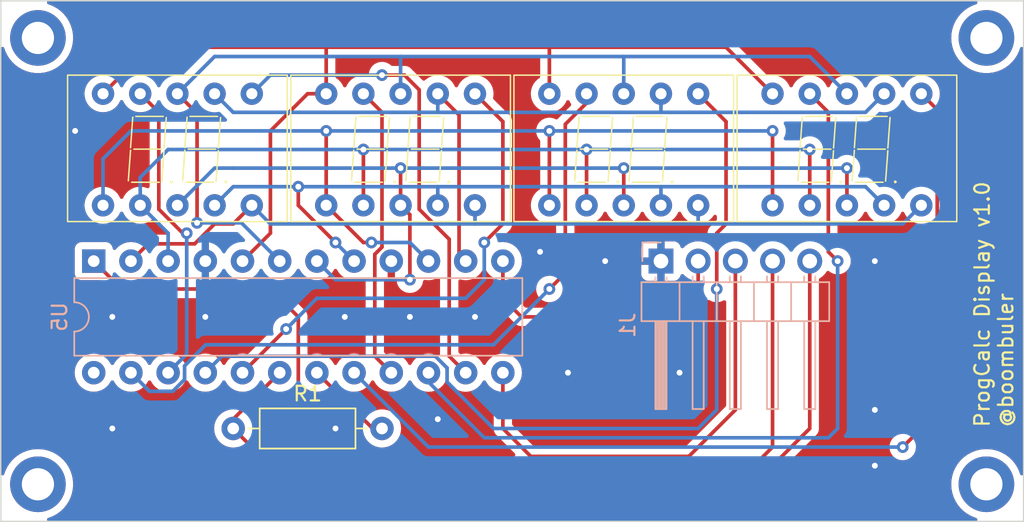
<source format=kicad_pcb>
(kicad_pcb (version 20221018) (generator pcbnew)
  (layers (0 "F.Cu" signal) (31 "B.Cu" signal) (34 "B.Paste" user) (35 "F.Paste" user) (36 "B.SilkS" user "B.Silkscreen") (37 "F.SilkS" user "F.Silkscreen") (38 "B.Mask" user) (39 "F.Mask" user) (44 "Edge.Cuts" user))
  (net 0 "")
  (net 1 "GND")
  (net 2 "/Display/DSP_H_CS")
  (net 3 "/Display/DSP_H_CLK")
  (net 4 "/Display/DSP_H_MOSI")
  (net 5 "+5V")
  (net 6 "Net-(U5-ISET)")
  (net 7 "Net-(U5-DIG_0)")
  (net 8 "Net-(U5-DIG_4)")
  (net 9 "Net-(U5-DIG_6)")
  (net 10 "Net-(U5-DIG_2)")
  (net 11 "Net-(U5-DIG_3)")
  (net 12 "Net-(U5-DIG_7)")
  (net 13 "Net-(U5-DIG_5)")
  (net 14 "Net-(U5-DIG_1)")
  (net 15 "/Display/Dig2")
  (net 16 "/Display/Dig7")
  (net 17 "/Display/Dig3")
  (net 18 "/Display/Dig8")
  (net 19 "/Display/Dig4")
  (net 20 "/Display/Dig6")
  (net 21 "/Display/Dig1")
  (net 22 "/Display/Dig5")
  (footprint "Library:2821BS" (layer "F.Cu") (at 76.2 31.115)
    (fp_text reference "U9" hide)
    (fp_text value "2821BS" hide)
    (fp_line (start -3.2004 0.0508) (end -3.3528 2.1336) (stroke (width 0.1)) (layer "F.SilkS"))
    (fp_line (start -3.048 -2.2098) (end -3.2004 -0.127) (stroke (width 0.1)) (layer "F.SilkS"))
    (fp_line (start -1.2446 2.2352) (end -3.1242 2.2352) (stroke (width 0.1)) (layer "F.SilkS"))
    (fp_line (start -1.0922 -0.0254) (end -2.9718 -0.0254) (stroke (width 0.1)) (layer "F.SilkS"))
    (fp_line (start -0.9652 -2.2606) (end -2.8448 -2.2606) (stroke (width 0.1)) (layer "F.SilkS"))
    (fp_line (start -0.9144 0.0762) (end -1.0668 2.159) (stroke (width 0.1)) (layer "F.SilkS"))
    (fp_line (start -0.762 -2.1844) (end -0.9144 -0.1016) (stroke (width 0.1)) (layer "F.SilkS"))
    (fp_line (start 0.508 0.0508) (end 0.3556 2.1336) (stroke (width 0.1)) (layer "F.SilkS"))
    (fp_line (start 0.6604 -2.2098) (end 0.508 -0.127) (stroke (width 0.1)) (layer "F.SilkS"))
    (fp_line (start 2.4638 2.2352) (end 0.5842 2.2352) (stroke (width 0.1)) (layer "F.SilkS"))
    (fp_line (start 2.6162 -0.0254) (end 0.7366 -0.0254) (stroke (width 0.1)) (layer "F.SilkS"))
    (fp_line (start 2.7432 -2.2606) (end 0.8636 -2.2606) (stroke (width 0.1)) (layer "F.SilkS"))
    (fp_line (start 2.794 0.0762) (end 2.6416 2.159) (stroke (width 0.1)) (layer "F.SilkS"))
    (fp_line (start 2.9464 -2.1844) (end 2.794 -0.1016) (stroke (width 0.1)) (layer "F.SilkS"))
    (fp_rect (start -7.5 -5.08) (end 7.5 4.92) (stroke (width 0.1)) (fill none) (layer "F.SilkS"))
    (fp_circle (center -0.4064 2.2098) (end -0.3556 2.2098) (stroke (width 0.1)) (fill none) (layer "F.SilkS"))
    (fp_circle (center 3.302 2.2098) (end 3.3528 2.2098) (stroke (width 0.1)) (fill none) (layer "F.SilkS"))
    (pad "1" thru_hole circle (at -5.08 3.81) (size 1.524 1.524) (drill 0.762) (layers "*.Cu" "*.Mask") (net 13 "Net-(U5-DIG_5)"))
    (pad "2" thru_hole circle (at -2.54 3.81) (size 1.524 1.524) (drill 0.762) (layers "*.Cu" "*.Mask") (net 8 "Net-(U5-DIG_4)"))
    (pad "3" thru_hole circle (at 0 3.81) (size 1.524 1.524) (drill 0.762) (layers "*.Cu" "*.Mask") (net 11 "Net-(U5-DIG_3)"))
    (pad "4" thru_hole circle (at 2.54 3.81) (size 1.524 1.524) (drill 0.762) (layers "*.Cu" "*.Mask") (net 12 "Net-(U5-DIG_7)"))
    (pad "5" thru_hole circle (at 5.08 3.81) (size 1.524 1.524) (drill 0.762) (layers "*.Cu" "*.Mask") (net 7 "Net-(U5-DIG_0)"))
    (pad "6" thru_hole circle (at 5.08 -3.81) (size 1.524 1.524) (drill 0.762) (layers "*.Cu" "*.Mask") (net 18 "/Display/Dig8"))
    (pad "7" thru_hole circle (at 2.54 -3.81) (size 1.524 1.524) (drill 0.762) (layers "*.Cu" "*.Mask") (net 14 "Net-(U5-DIG_1)"))
    (pad "8" thru_hole circle (at 0 -3.81) (size 1.524 1.524) (drill 0.762) (layers "*.Cu" "*.Mask") (net 10 "Net-(U5-DIG_2)"))
    (pad "9" thru_hole circle (at -2.54 -3.81) (size 1.524 1.524) (drill 0.762) (layers "*.Cu" "*.Mask") (net 16 "/Display/Dig7"))
    (pad "10" thru_hole circle (at -5.08 -3.81) (size 1.524 1.524) (drill 0.762) (layers "*.Cu" "*.Mask") (net 9 "Net-(U5-DIG_6)"))
  )
  (footprint "Library:2821BS" (layer "F.Cu") (at 45.72 31.115)
    (fp_text reference "U7" hide)
    (fp_text value "2821BS" hide)
    (fp_line (start -3.2004 0.0508) (end -3.3528 2.1336) (stroke (width 0.1)) (layer "F.SilkS"))
    (fp_line (start -3.048 -2.2098) (end -3.2004 -0.127) (stroke (width 0.1)) (layer "F.SilkS"))
    (fp_line (start -1.2446 2.2352) (end -3.1242 2.2352) (stroke (width 0.1)) (layer "F.SilkS"))
    (fp_line (start -1.0922 -0.0254) (end -2.9718 -0.0254) (stroke (width 0.1)) (layer "F.SilkS"))
    (fp_line (start -0.9652 -2.2606) (end -2.8448 -2.2606) (stroke (width 0.1)) (layer "F.SilkS"))
    (fp_line (start -0.9144 0.0762) (end -1.0668 2.159) (stroke (width 0.1)) (layer "F.SilkS"))
    (fp_line (start -0.762 -2.1844) (end -0.9144 -0.1016) (stroke (width 0.1)) (layer "F.SilkS"))
    (fp_line (start 0.508 0.0508) (end 0.3556 2.1336) (stroke (width 0.1)) (layer "F.SilkS"))
    (fp_line (start 0.6604 -2.2098) (end 0.508 -0.127) (stroke (width 0.1)) (layer "F.SilkS"))
    (fp_line (start 2.4638 2.2352) (end 0.5842 2.2352) (stroke (width 0.1)) (layer "F.SilkS"))
    (fp_line (start 2.6162 -0.0254) (end 0.7366 -0.0254) (stroke (width 0.1)) (layer "F.SilkS"))
    (fp_line (start 2.7432 -2.2606) (end 0.8636 -2.2606) (stroke (width 0.1)) (layer "F.SilkS"))
    (fp_line (start 2.794 0.0762) (end 2.6416 2.159) (stroke (width 0.1)) (layer "F.SilkS"))
    (fp_line (start 2.9464 -2.1844) (end 2.794 -0.1016) (stroke (width 0.1)) (layer "F.SilkS"))
    (fp_rect (start -7.5 -5.08) (end 7.5 4.92) (stroke (width 0.1)) (fill none) (layer "F.SilkS"))
    (fp_circle (center -0.4064 2.2098) (end -0.3556 2.2098) (stroke (width 0.1)) (fill none) (layer "F.SilkS"))
    (fp_circle (center 3.302 2.2098) (end 3.3528 2.2098) (stroke (width 0.1)) (fill none) (layer "F.SilkS"))
    (pad "1" thru_hole circle (at -5.08 3.81) (size 1.524 1.524) (drill 0.762) (layers "*.Cu" "*.Mask") (net 13 "Net-(U5-DIG_5)"))
    (pad "2" thru_hole circle (at -2.54 3.81) (size 1.524 1.524) (drill 0.762) (layers "*.Cu" "*.Mask") (net 8 "Net-(U5-DIG_4)"))
    (pad "3" thru_hole circle (at 0 3.81) (size 1.524 1.524) (drill 0.762) (layers "*.Cu" "*.Mask") (net 11 "Net-(U5-DIG_3)"))
    (pad "4" thru_hole circle (at 2.54 3.81) (size 1.524 1.524) (drill 0.762) (layers "*.Cu" "*.Mask") (net 12 "Net-(U5-DIG_7)"))
    (pad "5" thru_hole circle (at 5.08 3.81) (size 1.524 1.524) (drill 0.762) (layers "*.Cu" "*.Mask") (net 7 "Net-(U5-DIG_0)"))
    (pad "6" thru_hole circle (at 5.08 -3.81) (size 1.524 1.524) (drill 0.762) (layers "*.Cu" "*.Mask") (net 19 "/Display/Dig4"))
    (pad "7" thru_hole circle (at 2.54 -3.81) (size 1.524 1.524) (drill 0.762) (layers "*.Cu" "*.Mask") (net 14 "Net-(U5-DIG_1)"))
    (pad "8" thru_hole circle (at 0 -3.81) (size 1.524 1.524) (drill 0.762) (layers "*.Cu" "*.Mask") (net 10 "Net-(U5-DIG_2)"))
    (pad "9" thru_hole circle (at -2.54 -3.81) (size 1.524 1.524) (drill 0.762) (layers "*.Cu" "*.Mask") (net 17 "/Display/Dig3"))
    (pad "10" thru_hole circle (at -5.08 -3.81) (size 1.524 1.524) (drill 0.762) (layers "*.Cu" "*.Mask") (net 9 "Net-(U5-DIG_6)"))
  )
  (footprint "Library:2821BS" (layer "F.Cu") (at 60.96 31.115)
    (fp_text reference "U8" hide)
    (fp_text value "2821BS" hide)
    (fp_line (start -3.2004 0.0508) (end -3.3528 2.1336) (stroke (width 0.1)) (layer "F.SilkS"))
    (fp_line (start -3.048 -2.2098) (end -3.2004 -0.127) (stroke (width 0.1)) (layer "F.SilkS"))
    (fp_line (start -1.2446 2.2352) (end -3.1242 2.2352) (stroke (width 0.1)) (layer "F.SilkS"))
    (fp_line (start -1.0922 -0.0254) (end -2.9718 -0.0254) (stroke (width 0.1)) (layer "F.SilkS"))
    (fp_line (start -0.9652 -2.2606) (end -2.8448 -2.2606) (stroke (width 0.1)) (layer "F.SilkS"))
    (fp_line (start -0.9144 0.0762) (end -1.0668 2.159) (stroke (width 0.1)) (layer "F.SilkS"))
    (fp_line (start -0.762 -2.1844) (end -0.9144 -0.1016) (stroke (width 0.1)) (layer "F.SilkS"))
    (fp_line (start 0.508 0.0508) (end 0.3556 2.1336) (stroke (width 0.1)) (layer "F.SilkS"))
    (fp_line (start 0.6604 -2.2098) (end 0.508 -0.127) (stroke (width 0.1)) (layer "F.SilkS"))
    (fp_line (start 2.4638 2.2352) (end 0.5842 2.2352) (stroke (width 0.1)) (layer "F.SilkS"))
    (fp_line (start 2.6162 -0.0254) (end 0.7366 -0.0254) (stroke (width 0.1)) (layer "F.SilkS"))
    (fp_line (start 2.7432 -2.2606) (end 0.8636 -2.2606) (stroke (width 0.1)) (layer "F.SilkS"))
    (fp_line (start 2.794 0.0762) (end 2.6416 2.159) (stroke (width 0.1)) (layer "F.SilkS"))
    (fp_line (start 2.9464 -2.1844) (end 2.794 -0.1016) (stroke (width 0.1)) (layer "F.SilkS"))
    (fp_rect (start -7.5 -5.08) (end 7.5 4.92) (stroke (width 0.1)) (fill none) (layer "F.SilkS"))
    (fp_circle (center -0.4064 2.2098) (end -0.3556 2.2098) (stroke (width 0.1)) (fill none) (layer "F.SilkS"))
    (fp_circle (center 3.302 2.2098) (end 3.3528 2.2098) (stroke (width 0.1)) (fill none) (layer "F.SilkS"))
    (pad "1" thru_hole circle (at -5.08 3.81) (size 1.524 1.524) (drill 0.762) (layers "*.Cu" "*.Mask") (net 13 "Net-(U5-DIG_5)"))
    (pad "2" thru_hole circle (at -2.54 3.81) (size 1.524 1.524) (drill 0.762) (layers "*.Cu" "*.Mask") (net 8 "Net-(U5-DIG_4)"))
    (pad "3" thru_hole circle (at 0 3.81) (size 1.524 1.524) (drill 0.762) (layers "*.Cu" "*.Mask") (net 11 "Net-(U5-DIG_3)"))
    (pad "4" thru_hole circle (at 2.54 3.81) (size 1.524 1.524) (drill 0.762) (layers "*.Cu" "*.Mask") (net 12 "Net-(U5-DIG_7)"))
    (pad "5" thru_hole circle (at 5.08 3.81) (size 1.524 1.524) (drill 0.762) (layers "*.Cu" "*.Mask") (net 7 "Net-(U5-DIG_0)"))
    (pad "6" thru_hole circle (at 5.08 -3.81) (size 1.524 1.524) (drill 0.762) (layers "*.Cu" "*.Mask") (net 20 "/Display/Dig6"))
    (pad "7" thru_hole circle (at 2.54 -3.81) (size 1.524 1.524) (drill 0.762) (layers "*.Cu" "*.Mask") (net 14 "Net-(U5-DIG_1)"))
    (pad "8" thru_hole circle (at 0 -3.81) (size 1.524 1.524) (drill 0.762) (layers "*.Cu" "*.Mask") (net 10 "Net-(U5-DIG_2)"))
    (pad "9" thru_hole circle (at -2.54 -3.81) (size 1.524 1.524) (drill 0.762) (layers "*.Cu" "*.Mask") (net 22 "/Display/Dig5"))
    (pad "10" thru_hole circle (at -5.08 -3.81) (size 1.524 1.524) (drill 0.762) (layers "*.Cu" "*.Mask") (net 9 "Net-(U5-DIG_6)"))
  )
  (footprint "MountingHole:MountingHole_2.2mm_M2_ISO14580_Pad" (layer "F.Cu") (at 20.955 53.975)
    (fp_text reference "REF**" hide)
    (fp_text value "MountingHole_2.2mm_M2_ISO14580_Pad" hide)
    (pad "1" thru_hole circle (at 0 0) (size 3.8 3.8) (drill 2.2) (layers "*.Cu" "*.Mask"))
  )
  (footprint "MountingHole:MountingHole_2.2mm_M2_ISO14580_Pad" (layer "F.Cu") (at 85.725 23.495)
    (fp_text reference "REF**" hide)
    (fp_text value "MountingHole_2.2mm_M2_ISO14580_Pad" hide)
    (pad "1" thru_hole circle (at 0 0) (size 3.8 3.8) (drill 2.2) (layers "*.Cu" "*.Mask"))
  )
  (footprint "MountingHole:MountingHole_2.2mm_M2_ISO14580_Pad" (layer "F.Cu") (at 20.955 23.495)
    (fp_text reference "REF**" hide)
    (fp_text value "MountingHole_2.2mm_M2_ISO14580_Pad" hide)
    (pad "1" thru_hole circle (at 0 0) (size 3.8 3.8) (drill 2.2) (layers "*.Cu" "*.Mask"))
  )
  (footprint "Library:2821BS" (layer "F.Cu") (at 30.48 31.115)
    (fp_text reference "U6" hide)
    (fp_text value "2821BS" hide)
    (fp_line (start -3.2004 0.0508) (end -3.3528 2.1336) (stroke (width 0.1)) (layer "F.SilkS"))
    (fp_line (start -3.048 -2.2098) (end -3.2004 -0.127) (stroke (width 0.1)) (layer "F.SilkS"))
    (fp_line (start -1.2446 2.2352) (end -3.1242 2.2352) (stroke (width 0.1)) (layer "F.SilkS"))
    (fp_line (start -1.0922 -0.0254) (end -2.9718 -0.0254) (stroke (width 0.1)) (layer "F.SilkS"))
    (fp_line (start -0.9652 -2.2606) (end -2.8448 -2.2606) (stroke (width 0.1)) (layer "F.SilkS"))
    (fp_line (start -0.9144 0.0762) (end -1.0668 2.159) (stroke (width 0.1)) (layer "F.SilkS"))
    (fp_line (start -0.762 -2.1844) (end -0.9144 -0.1016) (stroke (width 0.1)) (layer "F.SilkS"))
    (fp_line (start 0.508 0.0508) (end 0.3556 2.1336) (stroke (width 0.1)) (layer "F.SilkS"))
    (fp_line (start 0.6604 -2.2098) (end 0.508 -0.127) (stroke (width 0.1)) (layer "F.SilkS"))
    (fp_line (start 2.4638 2.2352) (end 0.5842 2.2352) (stroke (width 0.1)) (layer "F.SilkS"))
    (fp_line (start 2.6162 -0.0254) (end 0.7366 -0.0254) (stroke (width 0.1)) (layer "F.SilkS"))
    (fp_line (start 2.7432 -2.2606) (end 0.8636 -2.2606) (stroke (width 0.1)) (layer "F.SilkS"))
    (fp_line (start 2.794 0.0762) (end 2.6416 2.159) (stroke (width 0.1)) (layer "F.SilkS"))
    (fp_line (start 2.9464 -2.1844) (end 2.794 -0.1016) (stroke (width 0.1)) (layer "F.SilkS"))
    (fp_rect (start -7.5 -5.08) (end 7.5 4.92) (stroke (width 0.1)) (fill none) (layer "F.SilkS"))
    (fp_circle (center -0.4064 2.2098) (end -0.3556 2.2098) (stroke (width 0.1)) (fill none) (layer "F.SilkS"))
    (fp_circle (center 3.302 2.2098) (end 3.3528 2.2098) (stroke (width 0.1)) (fill none) (layer "F.SilkS"))
    (pad "1" thru_hole circle (at -5.08 3.81) (size 1.524 1.524) (drill 0.762) (layers "*.Cu" "*.Mask") (net 13 "Net-(U5-DIG_5)"))
    (pad "2" thru_hole circle (at -2.54 3.81) (size 1.524 1.524) (drill 0.762) (layers "*.Cu" "*.Mask") (net 8 "Net-(U5-DIG_4)"))
    (pad "3" thru_hole circle (at 0 3.81) (size 1.524 1.524) (drill 0.762) (layers "*.Cu" "*.Mask") (net 11 "Net-(U5-DIG_3)"))
    (pad "4" thru_hole circle (at 2.54 3.81) (size 1.524 1.524) (drill 0.762) (layers "*.Cu" "*.Mask") (net 12 "Net-(U5-DIG_7)"))
    (pad "5" thru_hole circle (at 5.08 3.81) (size 1.524 1.524) (drill 0.762) (layers "*.Cu" "*.Mask") (net 7 "Net-(U5-DIG_0)"))
    (pad "6" thru_hole circle (at 5.08 -3.81) (size 1.524 1.524) (drill 0.762) (layers "*.Cu" "*.Mask") (net 15 "/Display/Dig2"))
    (pad "7" thru_hole circle (at 2.54 -3.81) (size 1.524 1.524) (drill 0.762) (layers "*.Cu" "*.Mask") (net 14 "Net-(U5-DIG_1)"))
    (pad "8" thru_hole circle (at 0 -3.81) (size 1.524 1.524) (drill 0.762) (layers "*.Cu" "*.Mask") (net 10 "Net-(U5-DIG_2)"))
    (pad "9" thru_hole circle (at -2.54 -3.81) (size 1.524 1.524) (drill 0.762) (layers "*.Cu" "*.Mask") (net 21 "/Display/Dig1"))
    (pad "10" thru_hole circle (at -5.08 -3.81) (size 1.524 1.524) (drill 0.762) (layers "*.Cu" "*.Mask") (net 9 "Net-(U5-DIG_6)"))
  )
  (footprint "MountingHole:MountingHole_2.2mm_M2_ISO14580_Pad" (layer "F.Cu") (at 85.725 53.975)
    (fp_text reference "REF**" hide)
    (fp_text value "MountingHole_2.2mm_M2_ISO14580_Pad" hide)
    (pad "1" thru_hole circle (at 0 0) (size 3.8 3.8) (drill 2.2) (layers "*.Cu" "*.Mask"))
  )
  (footprint "Resistor_THT:R_Axial_DIN0207_L6.3mm_D2.5mm_P10.16mm_Horizontal" (layer "F.Cu") (at 34.29 50.165)
    (fp_text reference "R1" (at 5.08 -2.37) (layer "F.SilkS"))
    (fp_text value "30k")
    (fp_line (start 1.04 0) (end 1.81 0) (stroke (width 0.12)) (layer "F.SilkS"))
    (fp_line (start 1.81 -1.37) (end 1.81 1.37) (stroke (width 0.12)) (layer "F.SilkS"))
    (fp_line (start 1.81 1.37) (end 8.35 1.37) (stroke (width 0.12)) (layer "F.SilkS"))
    (fp_line (start 8.35 -1.37) (end 1.81 -1.37) (stroke (width 0.12)) (layer "F.SilkS"))
    (fp_line (start 8.35 1.37) (end 8.35 -1.37) (stroke (width 0.12)) (layer "F.SilkS"))
    (fp_line (start 9.12 0) (end 8.35 0) (stroke (width 0.12)) (layer "F.SilkS"))
    (pad "1" thru_hole circle (at 0 0) (size 1.6 1.6) (drill 0.8) (layers "*.Cu" "*.Mask") (net 5 "+5V"))
    (pad "2" thru_hole oval (at 10.16 0) (size 1.6 1.6) (drill 0.8) (layers "*.Cu" "*.Mask") (net 6 "Net-(U5-ISET)"))
  )
  (footprint "Package_DIP:DIP-24_W7.62mm" (layer "B.Cu") (at 24.765 38.735 -90)
    (fp_text reference "U5" (at 3.81 2.33 90) (layer "B.SilkS") (effects (justify mirror)))
    (fp_text value "MAX7219")
    (fp_line (start 1.16 -29.27) (end 6.46 -29.27) (stroke (width 0.12)) (layer "B.SilkS"))
    (fp_line (start 1.16 1.33) (end 1.16 -29.27) (stroke (width 0.12)) (layer "B.SilkS"))
    (fp_line (start 2.81 1.33) (end 1.16 1.33) (stroke (width 0.12)) (layer "B.SilkS"))
    (fp_line (start 6.46 -29.27) (end 6.46 1.33) (stroke (width 0.12)) (layer "B.SilkS"))
    (fp_line (start 6.46 1.33) (end 4.81 1.33) (stroke (width 0.12)) (layer "B.SilkS"))
    (fp_arc (start 2.81 1.33) (mid 3.81 0.33) (end 4.81 1.33) (stroke (width 0.12)) (layer "B.SilkS"))
    (pad "1" thru_hole rect (at 0 0 270) (size 1.6 1.6) (drill 0.8) (layers "*.Cu" "*.Mask") (net 4 "/Display/DSP_H_MOSI"))
    (pad "2" thru_hole oval (at 0 -2.54 270) (size 1.6 1.6) (drill 0.8) (layers "*.Cu" "*.Mask") (net 7 "Net-(U5-DIG_0)"))
    (pad "3" thru_hole oval (at 0 -5.08 270) (size 1.6 1.6) (drill 0.8) (layers "*.Cu" "*.Mask") (net 8 "Net-(U5-DIG_4)"))
    (pad "4" thru_hole oval (at 0 -7.62 270) (size 1.6 1.6) (drill 0.8) (layers "*.Cu" "*.Mask") (net 1 "GND"))
    (pad "5" thru_hole oval (at 0 -10.16 270) (size 1.6 1.6) (drill 0.8) (layers "*.Cu" "*.Mask") (net 9 "Net-(U5-DIG_6)"))
    (pad "6" thru_hole oval (at 0 -12.7 270) (size 1.6 1.6) (drill 0.8) (layers "*.Cu" "*.Mask") (net 10 "Net-(U5-DIG_2)"))
    (pad "7" thru_hole oval (at 0 -15.24 270) (size 1.6 1.6) (drill 0.8) (layers "*.Cu" "*.Mask") (net 11 "Net-(U5-DIG_3)"))
    (pad "8" thru_hole oval (at 0 -17.78 270) (size 1.6 1.6) (drill 0.8) (layers "*.Cu" "*.Mask") (net 12 "Net-(U5-DIG_7)"))
    (pad "9" thru_hole oval (at 0 -20.32 270) (size 1.6 1.6) (drill 0.8) (layers "*.Cu" "*.Mask") (net 1 "GND"))
    (pad "10" thru_hole oval (at 0 -22.86 270) (size 1.6 1.6) (drill 0.8) (layers "*.Cu" "*.Mask") (net 13 "Net-(U5-DIG_5)"))
    (pad "11" thru_hole oval (at 0 -25.4 270) (size 1.6 1.6) (drill 0.8) (layers "*.Cu" "*.Mask") (net 14 "Net-(U5-DIG_1)"))
    (pad "12" thru_hole oval (at 0 -27.94 270) (size 1.6 1.6) (drill 0.8) (layers "*.Cu" "*.Mask") (net 2 "/Display/DSP_H_CS"))
    (pad "13" thru_hole oval (at 7.62 -27.94 270) (size 1.6 1.6) (drill 0.8) (layers "*.Cu" "*.Mask") (net 3 "/Display/DSP_H_CLK"))
    (pad "14" thru_hole oval (at 7.62 -25.4 270) (size 1.6 1.6) (drill 0.8) (layers "*.Cu" "*.Mask") (net 15 "/Display/Dig2"))
    (pad "15" thru_hole oval (at 7.62 -22.86 270) (size 1.6 1.6) (drill 0.8) (layers "*.Cu" "*.Mask") (net 16 "/Display/Dig7"))
    (pad "16" thru_hole oval (at 7.62 -20.32 270) (size 1.6 1.6) (drill 0.8) (layers "*.Cu" "*.Mask") (net 17 "/Display/Dig3"))
    (pad "17" thru_hole oval (at 7.62 -17.78 270) (size 1.6 1.6) (drill 0.8) (layers "*.Cu" "*.Mask") (net 18 "/Display/Dig8"))
    (pad "18" thru_hole oval (at 7.62 -15.24 270) (size 1.6 1.6) (drill 0.8) (layers "*.Cu" "*.Mask") (net 6 "Net-(U5-ISET)"))
    (pad "19" thru_hole oval (at 7.62 -12.7 270) (size 1.6 1.6) (drill 0.8) (layers "*.Cu" "*.Mask") (net 5 "+5V"))
    (pad "20" thru_hole oval (at 7.62 -10.16 270) (size 1.6 1.6) (drill 0.8) (layers "*.Cu" "*.Mask") (net 19 "/Display/Dig4"))
    (pad "21" thru_hole oval (at 7.62 -7.62 270) (size 1.6 1.6) (drill 0.8) (layers "*.Cu" "*.Mask") (net 20 "/Display/Dig6"))
    (pad "22" thru_hole oval (at 7.62 -5.08 270) (size 1.6 1.6) (drill 0.8) (layers "*.Cu" "*.Mask") (net 21 "/Display/Dig1"))
    (pad "23" thru_hole oval (at 7.62 -2.54 270) (size 1.6 1.6) (drill 0.8) (layers "*.Cu" "*.Mask") (net 22 "/Display/Dig5"))
    (pad "24" thru_hole oval (at 7.62 0 270) (size 1.6 1.6) (drill 0.8) (layers "*.Cu" "*.Mask"))
  )
  (footprint "Connector_PinHeader_2.54mm:PinHeader_1x05_P2.54mm_Horizontal" (layer "B.Cu") (at 63.5 38.735 -90)
    (fp_text reference "J1" (at 4.385 2.27 90) (layer "B.SilkS") (effects (justify mirror)))
    (fp_text value "Conn_01x05")
    (fp_line (start -1.27 0) (end -1.27 1.27) (stroke (width 0.12)) (layer "B.SilkS"))
    (fp_line (start -1.27 1.27) (end 0 1.27) (stroke (width 0.12)) (layer "B.SilkS"))
    (fp_line (start 1.042929 -10.54) (end 1.44 -10.54) (stroke (width 0.12)) (layer "B.SilkS"))
    (fp_line (start 1.042929 -9.78) (end 1.44 -9.78) (stroke (width 0.12)) (layer "B.SilkS"))
    (fp_line (start 1.042929 -8) (end 1.44 -8) (stroke (width 0.12)) (layer "B.SilkS"))
    (fp_line (start 1.042929 -7.24) (end 1.44 -7.24) (stroke (width 0.12)) (layer "B.SilkS"))
    (fp_line (start 1.042929 -5.46) (end 1.44 -5.46) (stroke (width 0.12)) (layer "B.SilkS"))
    (fp_line (start 1.042929 -4.7) (end 1.44 -4.7) (stroke (width 0.12)) (layer "B.SilkS"))
    (fp_line (start 1.042929 -2.92) (end 1.44 -2.92) (stroke (width 0.12)) (layer "B.SilkS"))
    (fp_line (start 1.042929 -2.16) (end 1.44 -2.16) (stroke (width 0.12)) (layer "B.SilkS"))
    (fp_line (start 1.11 -0.38) (end 1.44 -0.38) (stroke (width 0.12)) (layer "B.SilkS"))
    (fp_line (start 1.11 0.38) (end 1.44 0.38) (stroke (width 0.12)) (layer "B.SilkS"))
    (fp_line (start 1.44 -11.49) (end 4.1 -11.49) (stroke (width 0.12)) (layer "B.SilkS"))
    (fp_line (start 1.44 -8.89) (end 4.1 -8.89) (stroke (width 0.12)) (layer "B.SilkS"))
    (fp_line (start 1.44 -6.35) (end 4.1 -6.35) (stroke (width 0.12)) (layer "B.SilkS"))
    (fp_line (start 1.44 -3.81) (end 4.1 -3.81) (stroke (width 0.12)) (layer "B.SilkS"))
    (fp_line (start 1.44 -1.27) (end 4.1 -1.27) (stroke (width 0.12)) (layer "B.SilkS"))
    (fp_line (start 1.44 1.33) (end 1.44 -11.49) (stroke (width 0.12)) (layer "B.SilkS"))
    (fp_line (start 4.1 -11.49) (end 4.1 1.33) (stroke (width 0.12)) (layer "B.SilkS"))
    (fp_line (start 4.1 -9.78) (end 10.1 -9.78) (stroke (width 0.12)) (layer "B.SilkS"))
    (fp_line (start 4.1 -7.24) (end 10.1 -7.24) (stroke (width 0.12)) (layer "B.SilkS"))
    (fp_line (start 4.1 -4.7) (end 10.1 -4.7) (stroke (width 0.12)) (layer "B.SilkS"))
    (fp_line (start 4.1 -2.16) (end 10.1 -2.16) (stroke (width 0.12)) (layer "B.SilkS"))
    (fp_line (start 4.1 -0.28) (end 10.1 -0.28) (stroke (width 0.12)) (layer "B.SilkS"))
    (fp_line (start 4.1 -0.16) (end 10.1 -0.16) (stroke (width 0.12)) (layer "B.SilkS"))
    (fp_line (start 4.1 -0.04) (end 10.1 -0.04) (stroke (width 0.12)) (layer "B.SilkS"))
    (fp_line (start 4.1 0.08) (end 10.1 0.08) (stroke (width 0.12)) (layer "B.SilkS"))
    (fp_line (start 4.1 0.2) (end 10.1 0.2) (stroke (width 0.12)) (layer "B.SilkS"))
    (fp_line (start 4.1 0.32) (end 10.1 0.32) (stroke (width 0.12)) (layer "B.SilkS"))
    (fp_line (start 4.1 0.38) (end 10.1 0.38) (stroke (width 0.12)) (layer "B.SilkS"))
    (fp_line (start 4.1 1.33) (end 1.44 1.33) (stroke (width 0.12)) (layer "B.SilkS"))
    (fp_line (start 10.1 -10.54) (end 4.1 -10.54) (stroke (width 0.12)) (layer "B.SilkS"))
    (fp_line (start 10.1 -9.78) (end 10.1 -10.54) (stroke (width 0.12)) (layer "B.SilkS"))
    (fp_line (start 10.1 -8) (end 4.1 -8) (stroke (width 0.12)) (layer "B.SilkS"))
    (fp_line (start 10.1 -7.24) (end 10.1 -8) (stroke (width 0.12)) (layer "B.SilkS"))
    (fp_line (start 10.1 -5.46) (end 4.1 -5.46) (stroke (width 0.12)) (layer "B.SilkS"))
    (fp_line (start 10.1 -4.7) (end 10.1 -5.46) (stroke (width 0.12)) (layer "B.SilkS"))
    (fp_line (start 10.1 -2.92) (end 4.1 -2.92) (stroke (width 0.12)) (layer "B.SilkS"))
    (fp_line (start 10.1 -2.16) (end 10.1 -2.92) (stroke (width 0.12)) (layer "B.SilkS"))
    (fp_line (start 10.1 -0.38) (end 4.1 -0.38) (stroke (width 0.12)) (layer "B.SilkS"))
    (fp_line (start 10.1 0.38) (end 10.1 -0.38) (stroke (width 0.12)) (layer "B.SilkS"))
    (pad "1" thru_hole rect (at 0 0 270) (size 1.7 1.7) (drill 1) (layers "*.Cu" "*.Mask") (net 1 "GND"))
    (pad "2" thru_hole oval (at 0 -2.54 270) (size 1.7 1.7) (drill 1) (layers "*.Cu" "*.Mask") (net 2 "/Display/DSP_H_CS"))
    (pad "3" thru_hole oval (at 0 -5.08 270) (size 1.7 1.7) (drill 1) (layers "*.Cu" "*.Mask") (net 3 "/Display/DSP_H_CLK"))
    (pad "4" thru_hole oval (at 0 -7.62 270) (size 1.7 1.7) (drill 1) (layers "*.Cu" "*.Mask") (net 4 "/Display/DSP_H_MOSI"))
    (pad "5" thru_hole oval (at 0 -10.16 270) (size 1.7 1.7) (drill 1) (layers "*.Cu" "*.Mask") (net 5 "+5V"))
  )
  (gr_rect (start 18.415 20.955) (end 88.265 56.515) (stroke (width 0.1)) (fill none) (layer "Edge.Cuts"))
  (gr_text "ProgCalc Display v1.0\n@boombuler" (at 87.63 50.165 90) (layer "F.SilkS") (effects (font (size 1 1)) (justify left bottom)))
  (segment (start 45.085 38.735) (end 45.085 41.275) (width 0.25) (layer "F.Cu") (net 1))
  (segment (start 45.085 41.275) (end 46.355 42.545) (width 0.25) (layer "F.Cu") (net 1))
  (via (at 57.15 46.355) (size 0.8) (drill 0.4) (layers "F.Cu" "B.Cu") (net 1))
  (via (at 78.105 52.705) (size 0.8) (drill 0.4) (layers "F.Cu" "B.Cu") (net 1))
  (via (at 78.105 48.895) (size 0.8) (drill 0.4) (layers "F.Cu" "B.Cu") (net 1))
  (via (at 41.91 42.545) (size 0.8) (drill 0.4) (layers "F.Cu" "B.Cu") (net 1))
  (via (at 64.77 46.355) (size 0.8) (drill 0.4) (layers "F.Cu" "B.Cu") (net 1))
  (via (at 26.035 42.545) (size 0.8) (drill 0.4) (layers "F.Cu" "B.Cu") (net 1))
  (via (at 55.245 38.1) (size 0.8) (drill 0.4) (layers "F.Cu" "B.Cu") (net 1))
  (via (at 32.385 42.545) (size 0.8) (drill 0.4) (layers "F.Cu" "B.Cu") (net 1))
  (via (at 78.105 38.735) (size 0.8) (drill 0.4) (layers "F.Cu" "B.Cu") (net 1))
  (via (at 48.26 49.53) (size 0.8) (drill 0.4) (layers "F.Cu" "B.Cu") (net 1))
  (via (at 59.69 38.735) (size 0.8) (drill 0.4) (layers "F.Cu" "B.Cu") (net 1))
  (via (at 23.495 29.845) (size 0.8) (drill 0.4) (layers "F.Cu" "B.Cu") (net 1))
  (via (at 41.275 50.165) (size 0.8) (drill 0.4) (layers "F.Cu" "B.Cu") (net 1))
  (via (at 46.355 42.545) (size 0.8) (drill 0.4) (layers "F.Cu" "B.Cu") (net 1))
  (via (at 50.8 42.545) (size 0.8) (drill 0.4) (layers "F.Cu" "B.Cu") (net 1))
  (via (at 26.035 50.165) (size 0.8) (drill 0.4) (layers "F.Cu" "B.Cu") (net 1))
  (segment (start 32.385 38.735) (end 32.385 42.545) (width 0.25) (layer "B.Cu") (net 1))
  (segment (start 52.705 41.275) (end 52.705 38.735) (width 0.25) (layer "F.Cu") (net 2))
  (segment (start 66.04 41.275) (end 64.77 42.545) (width 0.25) (layer "F.Cu") (net 2))
  (segment (start 53.975 42.545) (end 52.705 41.275) (width 0.25) (layer "F.Cu") (net 2))
  (segment (start 64.77 42.545) (end 53.975 42.545) (width 0.25) (layer "F.Cu") (net 2))
  (segment (start 66.04 38.735) (end 66.04 41.275) (width 0.25) (layer "F.Cu") (net 2))
  (segment (start 65.405 52.07) (end 54.61 52.07) (width 0.25) (layer "F.Cu") (net 3))
  (segment (start 68.58 48.895) (end 65.405 52.07) (width 0.25) (layer "F.Cu") (net 3))
  (segment (start 54.61 52.07) (end 52.705 50.165) (width 0.25) (layer "F.Cu") (net 3))
  (segment (start 52.705 50.165) (end 52.705 46.355) (width 0.25) (layer "F.Cu") (net 3))
  (segment (start 68.58 38.735) (end 68.58 48.895) (width 0.25) (layer "F.Cu") (net 3))
  (segment (start 36.83 40.64) (end 26.67 40.64) (width 0.25) (layer "F.Cu") (net 4))
  (segment (start 41.91 52.705) (end 38.735 49.53) (width 0.25) (layer "F.Cu") (net 4))
  (segment (start 38.735 42.545) (end 36.83 40.64) (width 0.25) (layer "F.Cu") (net 4))
  (segment (start 38.735 49.53) (end 38.735 42.545) (width 0.25) (layer "F.Cu") (net 4))
  (segment (start 69.85 52.705) (end 41.91 52.705) (width 0.25) (layer "F.Cu") (net 4))
  (segment (start 71.12 38.735) (end 71.12 51.435) (width 0.25) (layer "F.Cu") (net 4))
  (segment (start 71.12 51.435) (end 69.85 52.705) (width 0.25) (layer "F.Cu") (net 4))
  (segment (start 26.67 40.64) (end 24.765 38.735) (width 0.25) (layer "F.Cu") (net 4))
  (segment (start 37.465 53.34) (end 70.485 53.34) (width 0.25) (layer "F.Cu") (net 5))
  (segment (start 34.29 50.165) (end 37.465 53.34) (width 0.25) (layer "F.Cu") (net 5))
  (segment (start 70.485 53.34) (end 73.66 50.165) (width 0.25) (layer "F.Cu") (net 5))
  (segment (start 34.29 49.53) (end 34.29 50.165) (width 0.25) (layer "F.Cu") (net 5))
  (segment (start 73.66 50.165) (end 73.66 38.735) (width 0.25) (layer "F.Cu") (net 5))
  (segment (start 37.465 46.355) (end 34.29 49.53) (width 0.25) (layer "F.Cu") (net 5))
  (segment (start 43.815 50.165) (end 44.45 50.165) (width 0.25) (layer "F.Cu") (net 6))
  (segment (start 40.005 46.355) (end 43.815 50.165) (width 0.25) (layer "F.Cu") (net 6))
  (segment (start 34.29 36.195) (end 33.02 36.195) (width 0.25) (layer "F.Cu") (net 7))
  (segment (start 35.56 34.925) (end 34.29 36.195) (width 0.25) (layer "F.Cu") (net 7))
  (segment (start 33.02 36.195) (end 31.66 37.555) (width 0.25) (layer "F.Cu") (net 7))
  (segment (start 27.305 38.735) (end 28.485 37.555) (width 0.25) (layer "F.Cu") (net 7))
  (segment (start 28.485 37.555) (end 31.66 37.555) (width 0.25) (layer "F.Cu") (net 7))
  (segment (start 35.56 34.925) (end 36.83 36.195) (width 0.25) (layer "B.Cu") (net 7))
  (segment (start 50.8 36.195) (end 66.04 36.195) (width 0.25) (layer "B.Cu") (net 7))
  (segment (start 80.01 36.195) (end 81.28 34.925) (width 0.25) (layer "B.Cu") (net 7))
  (segment (start 66.04 36.195) (end 80.01 36.195) (width 0.25) (layer "B.Cu") (net 7))
  (segment (start 66.04 34.925) (end 66.04 36.195) (width 0.25) (layer "B.Cu") (net 7))
  (segment (start 50.8 34.925) (end 50.8 36.195) (width 0.25) (layer "B.Cu") (net 7))
  (segment (start 36.83 36.195) (end 50.8 36.195) (width 0.25) (layer "B.Cu") (net 7))
  (segment (start 73.66 34.925) (end 73.66 31.115) (width 0.25) (layer "F.Cu") (net 8))
  (segment (start 43.18 34.925) (end 43.18 31.115) (width 0.25) (layer "F.Cu") (net 8))
  (segment (start 58.42 34.925) (end 58.42 31.115) (width 0.25) (layer "F.Cu") (net 8))
  (via (at 43.18 31.115) (size 0.8) (drill 0.4) (layers "F.Cu" "B.Cu") (net 8))
  (via (at 58.42 31.115) (size 0.8) (drill 0.4) (layers "F.Cu" "B.Cu") (net 8))
  (via (at 73.66 31.115) (size 0.8) (drill 0.4) (layers "F.Cu" "B.Cu") (net 8))
  (segment (start 43.18 31.115) (end 58.42 31.115) (width 0.25) (layer "B.Cu") (net 8))
  (segment (start 29.845 31.115) (end 43.18 31.115) (width 0.25) (layer "B.Cu") (net 8))
  (segment (start 58.42 31.115) (end 73.66 31.115) (width 0.25) (layer "B.Cu") (net 8))
  (segment (start 27.94 34.925) (end 27.94 33.02) (width 0.25) (layer "B.Cu") (net 8))
  (segment (start 29.845 36.83) (end 27.94 34.925) (width 0.25) (layer "B.Cu") (net 8))
  (segment (start 27.94 33.02) (end 29.845 31.115) (width 0.25) (layer "B.Cu") (net 8))
  (segment (start 29.845 38.735) (end 29.845 36.83) (width 0.25) (layer "B.Cu") (net 8))
  (segment (start 67.945 24.13) (end 71.12 27.305) (width 0.25) (layer "F.Cu") (net 9))
  (segment (start 36.83 29.845) (end 39.37 27.305) (width 0.25) (layer "F.Cu") (net 9))
  (segment (start 40.64 24.13) (end 55.88 24.13) (width 0.25) (layer "F.Cu") (net 9))
  (segment (start 34.925 38.735) (end 36.83 36.83) (width 0.25) (layer "F.Cu") (net 9))
  (segment (start 39.37 27.305) (end 40.64 27.305) (width 0.25) (layer "F.Cu") (net 9))
  (segment (start 28.575 24.13) (end 40.64 24.13) (width 0.25) (layer "F.Cu") (net 9))
  (segment (start 36.83 36.83) (end 36.83 29.845) (width 0.25) (layer "F.Cu") (net 9))
  (segment (start 25.4 27.305) (end 28.575 24.13) (width 0.25) (layer "F.Cu") (net 9))
  (segment (start 55.88 24.13) (end 67.945 24.13) (width 0.25) (layer "F.Cu") (net 9))
  (segment (start 55.88 27.305) (end 55.88 24.13) (width 0.25) (layer "F.Cu") (net 9))
  (segment (start 40.64 27.305) (end 40.64 24.13) (width 0.25) (layer "F.Cu") (net 9))
  (segment (start 31.822109 36.122891) (end 31.822109 28.647109) (width 0.25) (layer "F.Cu") (net 10))
  (segment (start 31.822109 28.647109) (end 30.48 27.305) (width 0.25) (layer "F.Cu") (net 10))
  (via (at 31.822109 36.122891) (size 0.8) (drill 0.4) (layers "F.Cu" "B.Cu") (net 10))
  (segment (start 60.96 24.765) (end 73.66 24.765) (width 0.25) (layer "B.Cu") (net 10))
  (segment (start 33.02 24.765) (end 45.72 24.765) (width 0.25) (layer "B.Cu") (net 10))
  (segment (start 34.852891 36.122891) (end 37.465 38.735) (width 0.25) (layer "B.Cu") (net 10))
  (segment (start 60.96 27.305) (end 60.96 24.765) (width 0.25) (layer "B.Cu") (net 10))
  (segment (start 30.48 27.305) (end 33.02 24.765) (width 0.25) (layer "B.Cu") (net 10))
  (segment (start 45.72 27.305) (end 45.72 24.765) (width 0.25) (layer "B.Cu") (net 10))
  (segment (start 31.822109 36.122891) (end 34.852891 36.122891) (width 0.25) (layer "B.Cu") (net 10))
  (segment (start 45.72 24.765) (end 60.96 24.765) (width 0.25) (layer "B.Cu") (net 10))
  (segment (start 73.66 24.765) (end 76.2 27.305) (width 0.25) (layer "B.Cu") (net 10))
  (segment (start 60.96 34.925) (end 60.96 32.385) (width 0.25) (layer "F.Cu") (net 11))
  (segment (start 45.72 34.925) (end 45.72 32.385) (width 0.25) (layer "F.Cu") (net 11))
  (segment (start 46.355 40.005) (end 46.355 35.56) (width 0.25) (layer "F.Cu") (net 11))
  (segment (start 46.355 35.56) (end 45.72 34.925) (width 0.25) (layer "F.Cu") (net 11))
  (segment (start 76.2 34.925) (end 76.2 32.385) (width 0.25) (layer "F.Cu") (net 11))
  (via (at 46.355 40.005) (size 0.8) (drill 0.4) (layers "F.Cu" "B.Cu") (net 11))
  (via (at 76.2 32.385) (size 0.8) (drill 0.4) (layers "F.Cu" "B.Cu") (net 11))
  (via (at 60.96 32.385) (size 0.8) (drill 0.4) (layers "F.Cu" "B.Cu") (net 11))
  (via (at 45.72 32.385) (size 0.8) (drill 0.4) (layers "F.Cu" "B.Cu") (net 11))
  (segment (start 60.96 32.385) (end 76.2 32.385) (width 0.25) (layer "B.Cu") (net 11))
  (segment (start 33.02 32.385) (end 34.29 32.385) (width 0.25) (layer "B.Cu") (net 11))
  (segment (start 34.29 32.385) (end 45.72 32.385) (width 0.25) (layer "B.Cu") (net 11))
  (segment (start 30.48 34.925) (end 33.02 32.385) (width 0.25) (layer "B.Cu") (net 11))
  (segment (start 41.275 40.005) (end 40.005 38.735) (width 0.25) (layer "B.Cu") (net 11))
  (segment (start 45.72 32.385) (end 60.96 32.385) (width 0.25) (layer "B.Cu") (net 11))
  (segment (start 46.355 40.005) (end 41.275 40.005) (width 0.25) (layer "B.Cu") (net 11))
  (segment (start 41.275 37.465) (end 38.735 34.925) (width 0.25) (layer "F.Cu") (net 12))
  (segment (start 38.735 34.925) (end 38.735 33.655) (width 0.25) (layer "F.Cu") (net 12))
  (via (at 38.735 33.655) (size 0.8) (drill 0.4) (layers "F.Cu" "B.Cu") (net 12))
  (via (at 41.275 37.465) (size 0.8) (drill 0.4) (layers "F.Cu" "B.Cu") (net 12))
  (segment (start 77.47 33.655) (end 78.74 34.925) (width 0.25) (layer "B.Cu") (net 12))
  (segment (start 63.5 34.925) (end 63.5 33.655) (width 0.25) (layer "B.Cu") (net 12))
  (segment (start 48.26 34.925) (end 48.26 33.655) (width 0.25) (layer "B.Cu") (net 12))
  (segment (start 34.29 33.655) (end 38.735 33.655) (width 0.25) (layer "B.Cu") (net 12))
  (segment (start 33.02 34.925) (end 34.29 33.655) (width 0.25) (layer "B.Cu") (net 12))
  (segment (start 63.5 33.655) (end 77.47 33.655) (width 0.25) (layer "B.Cu") (net 12))
  (segment (start 42.545 38.735) (end 41.275 37.465) (width 0.25) (layer "B.Cu") (net 12))
  (segment (start 48.26 33.655) (end 63.5 33.655) (width 0.25) (layer "B.Cu") (net 12))
  (segment (start 38.735 33.655) (end 48.26 33.655) (width 0.25) (layer "B.Cu") (net 12))
  (segment (start 40.64 34.925) (end 40.64 29.845) (width 0.25) (layer "F.Cu") (net 13))
  (segment (start 43.18 37.465) (end 43.725 37.465) (width 0.25) (layer "F.Cu") (net 13))
  (segment (start 71.12 34.925) (end 71.12 29.845) (width 0.25) (layer "F.Cu") (net 13))
  (segment (start 55.88 34.925) (end 55.88 29.845) (width 0.25) (layer "F.Cu") (net 13))
  (segment (start 40.64 34.925) (end 43.18 37.465) (width 0.25) (layer "F.Cu") (net 13))
  (via (at 71.12 29.845) (size 0.8) (drill 0.4) (layers "F.Cu" "B.Cu") (net 13))
  (via (at 55.88 29.845) (size 0.8) (drill 0.4) (layers "F.Cu" "B.Cu") (net 13))
  (via (at 43.725 37.465) (size 0.8) (drill 0.4) (layers "F.Cu" "B.Cu") (net 13))
  (via (at 40.64 29.845) (size 0.8) (drill 0.4) (layers "F.Cu" "B.Cu") (net 13))
  (segment (start 46.355 37.465) (end 47.625 38.735) (width 0.25) (layer "B.Cu") (net 13))
  (segment (start 43.725 37.465) (end 46.355 37.465) (width 0.25) (layer "B.Cu") (net 13))
  (segment (start 25.4 34.925) (end 25.4 31.75) (width 0.25) (layer "B.Cu") (net 13))
  (segment (start 25.4 31.75) (end 27.305 29.845) (width 0.25) (layer "B.Cu") (net 13))
  (segment (start 40.64 29.845) (end 55.88 29.845) (width 0.25) (layer "B.Cu") (net 13))
  (segment (start 27.305 29.845) (end 40.64 29.845) (width 0.25) (layer "B.Cu") (net 13))
  (segment (start 55.88 29.845) (end 71.12 29.845) (width 0.25) (layer "B.Cu") (net 13))
  (segment (start 49.713 38.283) (end 49.713 28.758) (width 0.25) (layer "F.Cu") (net 14))
  (segment (start 50.165 38.735) (end 49.713 38.283) (width 0.25) (layer "F.Cu") (net 14))
  (segment (start 49.713 28.758) (end 48.26 27.305) (width 0.25) (layer "F.Cu") (net 14))
  (segment (start 34.29 28.575) (end 48.26 28.575) (width 0.25) (layer "B.Cu") (net 14))
  (segment (start 33.02 27.305) (end 34.29 28.575) (width 0.25) (layer "B.Cu") (net 14))
  (segment (start 48.26 27.305) (end 48.26 28.575) (width 0.25) (layer "B.Cu") (net 14))
  (segment (start 48.26 28.575) (end 63.5 28.575) (width 0.25) (layer "B.Cu") (net 14))
  (segment (start 77.47 28.575) (end 78.74 27.305) (width 0.25) (layer "B.Cu") (net 14))
  (segment (start 63.5 27.305) (end 63.5 28.575) (width 0.25) (layer "B.Cu") (net 14))
  (segment (start 63.5 28.575) (end 77.47 28.575) (width 0.25) (layer "B.Cu") (net 14))
  (segment (start 49.04 45.23) (end 49.04 37.242251) (width 0.25) (layer "F.Cu") (net 15))
  (segment (start 46.99 35.192251) (end 46.99 27.037749) (width 0.25) (layer "F.Cu") (net 15))
  (segment (start 46.99 27.037749) (end 45.987251 26.035) (width 0.25) (layer "F.Cu") (net 15))
  (segment (start 49.04 37.242251) (end 46.99 35.192251) (width 0.25) (layer "F.Cu") (net 15))
  (segment (start 50.165 46.355) (end 49.04 45.23) (width 0.25) (layer "F.Cu") (net 15))
  (segment (start 45.987251 26.035) (end 44.45 26.035) (width 0.25) (layer "F.Cu") (net 15))
  (via (at 44.45 26.035) (size 0.8) (drill 0.4) (layers "F.Cu" "B.Cu") (net 15))
  (segment (start 36.83 26.035) (end 35.56 27.305) (width 0.25) (layer "B.Cu") (net 15))
  (segment (start 44.45 26.035) (end 36.83 26.035) (width 0.25) (layer "B.Cu") (net 15))
  (segment (start 75.565 38.735) (end 74.93 38.1) (width 0.25) (layer "F.Cu") (net 16))
  (segment (start 74.93 38.1) (end 74.93 28.575) (width 0.25) (layer "F.Cu") (net 16))
  (segment (start 74.93 28.575) (end 73.66 27.305) (width 0.25) (layer "F.Cu") (net 16))
  (via (at 75.565 38.735) (size 0.8) (drill 0.4) (layers "F.Cu" "B.Cu") (net 16))
  (segment (start 75.565 38.735) (end 75.565 50.165) (width 0.25) (layer "B.Cu") (net 16))
  (segment (start 75.565 50.165) (end 74.93 50.8) (width 0.25) (layer "B.Cu") (net 16))
  (segment (start 47.625 46.99) (end 47.625 46.355) (width 0.25) (layer "B.Cu") (net 16))
  (segment (start 74.93 50.8) (end 51.435 50.8) (width 0.25) (layer "B.Cu") (net 16))
  (segment (start 51.435 50.8) (end 47.625 46.99) (width 0.25) (layer "B.Cu") (net 16))
  (segment (start 44.45 28.575) (end 43.18 27.305) (width 0.25) (layer "F.Cu") (net 17))
  (segment (start 45.085 46.355) (end 43.96 45.23) (width 0.25) (layer "F.Cu") (net 17))
  (segment (start 43.96 45.23) (end 43.96 38.269009) (width 0.25) (layer "F.Cu") (net 17))
  (segment (start 44.45 37.779009) (end 44.45 28.575) (width 0.25) (layer "F.Cu") (net 17))
  (segment (start 43.96 38.269009) (end 44.45 37.779009) (width 0.25) (layer "F.Cu") (net 17))
  (segment (start 82.367 49.078) (end 80.01 51.435) (width 0.25) (layer "F.Cu") (net 18))
  (segment (start 81.28 27.305) (end 82.367 28.392) (width 0.25) (layer "F.Cu") (net 18))
  (segment (start 82.367 28.392) (end 82.367 49.078) (width 0.25) (layer "F.Cu") (net 18))
  (via (at 80.01 51.435) (size 0.8) (drill 0.4) (layers "F.Cu" "B.Cu") (net 18))
  (segment (start 80.01 51.435) (end 47.625 51.435) (width 0.25) (layer "B.Cu") (net 18))
  (segment (start 47.625 51.435) (end 42.545 46.355) (width 0.25) (layer "B.Cu") (net 18))
  (segment (start 52.705 29.21) (end 50.8 27.305) (width 0.25) (layer "F.Cu") (net 19))
  (segment (start 52.705 36.195) (end 52.705 29.21) (width 0.25) (layer "F.Cu") (net 19))
  (segment (start 34.925 46.355) (end 37.904847 43.375153) (width 0.25) (layer "F.Cu") (net 19))
  (segment (start 51.435 37.465) (end 52.705 36.195) (width 0.25) (layer "F.Cu") (net 19))
  (via (at 51.435 37.465) (size 0.8) (drill 0.4) (layers "F.Cu" "B.Cu") (net 19))
  (via (at 37.904847 43.375153) (size 0.8) (drill 0.4) (layers "F.Cu" "B.Cu") (net 19))
  (segment (start 51.435 40.005) (end 51.435 37.465) (width 0.25) (layer "B.Cu") (net 19))
  (segment (start 40.005 41.275) (end 50.165 41.275) (width 0.25) (layer "B.Cu") (net 19))
  (segment (start 37.904847 43.375153) (end 40.005 41.275) (width 0.25) (layer "B.Cu") (net 19))
  (segment (start 50.165 41.275) (end 51.435 40.005) (width 0.25) (layer "B.Cu") (net 19))
  (segment (start 67.945 29.21) (end 66.04 27.305) (width 0.25) (layer "F.Cu") (net 20))
  (segment (start 67.31 40.64) (end 67.31 36.83) (width 0.25) (layer "F.Cu") (net 20))
  (segment (start 67.31 36.83) (end 67.945 36.195) (width 0.25) (layer "F.Cu") (net 20))
  (segment (start 67.945 36.195) (end 67.945 29.21) (width 0.25) (layer "F.Cu") (net 20))
  (via (at 67.31 40.64) (size 0.8) (drill 0.4) (layers "F.Cu" "B.Cu") (net 20))
  (segment (start 52.07 50.165) (end 48.895 46.99) (width 0.25) (layer "B.Cu") (net 20))
  (segment (start 67.31 40.64) (end 67.31 48.895) (width 0.25) (layer "B.Cu") (net 20))
  (segment (start 66.04 50.165) (end 52.07 50.165) (width 0.25) (layer "B.Cu") (net 20))
  (segment (start 67.31 48.895) (end 66.04 50.165) (width 0.25) (layer "B.Cu") (net 20))
  (segment (start 48.090991 45.23) (end 33.51 45.23) (width 0.25) (layer "B.Cu") (net 20))
  (segment (start 48.895 46.99) (end 48.895 46.034009) (width 0.25) (layer "B.Cu") (net 20))
  (segment (start 48.895 46.034009) (end 48.090991 45.23) (width 0.25) (layer "B.Cu") (net 20))
  (segment (start 33.51 45.23) (end 32.385 46.355) (width 0.25) (layer "B.Cu") (net 20))
  (segment (start 29.21 35.192251) (end 29.21 28.575) (width 0.25) (layer "F.Cu") (net 21))
  (segment (start 30.847749 36.83) (end 29.21 35.192251) (width 0.25) (layer "F.Cu") (net 21))
  (segment (start 29.21 28.575) (end 27.94 27.305) (width 0.25) (layer "F.Cu") (net 21))
  (segment (start 31.115 36.83) (end 30.847749 36.83) (width 0.25) (layer "F.Cu") (net 21))
  (via (at 31.115 36.83) (size 0.8) (drill 0.4) (layers "F.Cu" "B.Cu") (net 21))
  (segment (start 29.845 46.355) (end 31.115 45.085) (width 0.25) (layer "B.Cu") (net 21))
  (segment (start 31.115 45.085) (end 31.115 37.465) (width 0.25) (layer "B.Cu") (net 21))
  (segment (start 31.115 37.465) (end 31.115 36.83) (width 0.25) (layer "B.Cu") (net 21))
  (segment (start 56.967 29.393) (end 56.967 39.553) (width 0.25) (layer "F.Cu") (net 22))
  (segment (start 56.967 39.553) (end 55.88 40.64) (width 0.25) (layer "F.Cu") (net 22))
  (segment (start 58.42 27.305) (end 58.42 27.94) (width 0.25) (layer "F.Cu") (net 22))
  (segment (start 58.42 27.94) (end 56.967 29.393) (width 0.25) (layer "F.Cu") (net 22))
  (via (at 55.88 40.64) (size 0.8) (drill 0.4) (layers "F.Cu" "B.Cu") (net 22))
  (segment (start 52.07 44.45) (end 32.409009 44.45) (width 0.25) (layer "B.Cu") (net 22))
  (segment (start 32.409009 44.45) (end 30.97 45.889009) (width 0.25) (layer "B.Cu") (net 22))
  (segment (start 28.575 47.625) (end 27.305 46.355) (width 0.25) (layer "B.Cu") (net 22))
  (segment (start 30.97 46.820991) (end 30.165991 47.625) (width 0.25) (layer "B.Cu") (net 22))
  (segment (start 55.88 40.64) (end 52.07 44.45) (width 0.25) (layer "B.Cu") (net 22))
  (segment (start 30.165991 47.625) (end 28.575 47.625) (width 0.25) (layer "B.Cu") (net 22))
  (segment (start 30.97 45.889009) (end 30.97 46.820991) (width 0.25) (layer "B.Cu") (net 22))
  (zone (net 1) (net_name "GND") (layers "F&B.Cu") (connect_pads (clearance 0.5)) (min_thickness 0.25) (fill yes (thermal_gap 0.5) (thermal_bridge_width 0.5))
    (polygon (pts (xy 88.265 20.955) (xy 88.265 56.515) (xy 18.415 56.515) (xy 18.415 20.955)))
  )
)
</source>
